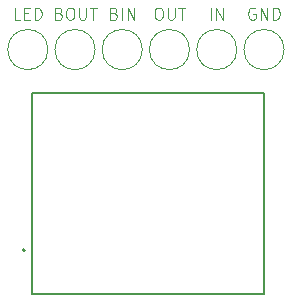
<source format=gbr>
%TF.GenerationSoftware,KiCad,Pcbnew,9.0.2*%
%TF.CreationDate,2025-09-20T13:37:04+02:00*%
%TF.ProjectId,3pdt,33706474-2e6b-4696-9361-645f70636258,rev?*%
%TF.SameCoordinates,Original*%
%TF.FileFunction,Legend,Top*%
%TF.FilePolarity,Positive*%
%FSLAX46Y46*%
G04 Gerber Fmt 4.6, Leading zero omitted, Abs format (unit mm)*
G04 Created by KiCad (PCBNEW 9.0.2) date 2025-09-20 13:37:04*
%MOMM*%
%LPD*%
G01*
G04 APERTURE LIST*
%ADD10C,0.100000*%
%ADD11C,0.120000*%
%ADD12C,0.127000*%
%ADD13C,0.200000*%
G04 APERTURE END LIST*
D10*
X132357142Y-69457419D02*
X131880952Y-69457419D01*
X131880952Y-69457419D02*
X131880952Y-68457419D01*
X132690476Y-68933609D02*
X133023809Y-68933609D01*
X133166666Y-69457419D02*
X132690476Y-69457419D01*
X132690476Y-69457419D02*
X132690476Y-68457419D01*
X132690476Y-68457419D02*
X133166666Y-68457419D01*
X133595238Y-69457419D02*
X133595238Y-68457419D01*
X133595238Y-68457419D02*
X133833333Y-68457419D01*
X133833333Y-68457419D02*
X133976190Y-68505038D01*
X133976190Y-68505038D02*
X134071428Y-68600276D01*
X134071428Y-68600276D02*
X134119047Y-68695514D01*
X134119047Y-68695514D02*
X134166666Y-68885990D01*
X134166666Y-68885990D02*
X134166666Y-69028847D01*
X134166666Y-69028847D02*
X134119047Y-69219323D01*
X134119047Y-69219323D02*
X134071428Y-69314561D01*
X134071428Y-69314561D02*
X133976190Y-69409800D01*
X133976190Y-69409800D02*
X133833333Y-69457419D01*
X133833333Y-69457419D02*
X133595238Y-69457419D01*
X135642857Y-68933609D02*
X135785714Y-68981228D01*
X135785714Y-68981228D02*
X135833333Y-69028847D01*
X135833333Y-69028847D02*
X135880952Y-69124085D01*
X135880952Y-69124085D02*
X135880952Y-69266942D01*
X135880952Y-69266942D02*
X135833333Y-69362180D01*
X135833333Y-69362180D02*
X135785714Y-69409800D01*
X135785714Y-69409800D02*
X135690476Y-69457419D01*
X135690476Y-69457419D02*
X135309524Y-69457419D01*
X135309524Y-69457419D02*
X135309524Y-68457419D01*
X135309524Y-68457419D02*
X135642857Y-68457419D01*
X135642857Y-68457419D02*
X135738095Y-68505038D01*
X135738095Y-68505038D02*
X135785714Y-68552657D01*
X135785714Y-68552657D02*
X135833333Y-68647895D01*
X135833333Y-68647895D02*
X135833333Y-68743133D01*
X135833333Y-68743133D02*
X135785714Y-68838371D01*
X135785714Y-68838371D02*
X135738095Y-68885990D01*
X135738095Y-68885990D02*
X135642857Y-68933609D01*
X135642857Y-68933609D02*
X135309524Y-68933609D01*
X136500000Y-68457419D02*
X136690476Y-68457419D01*
X136690476Y-68457419D02*
X136785714Y-68505038D01*
X136785714Y-68505038D02*
X136880952Y-68600276D01*
X136880952Y-68600276D02*
X136928571Y-68790752D01*
X136928571Y-68790752D02*
X136928571Y-69124085D01*
X136928571Y-69124085D02*
X136880952Y-69314561D01*
X136880952Y-69314561D02*
X136785714Y-69409800D01*
X136785714Y-69409800D02*
X136690476Y-69457419D01*
X136690476Y-69457419D02*
X136500000Y-69457419D01*
X136500000Y-69457419D02*
X136404762Y-69409800D01*
X136404762Y-69409800D02*
X136309524Y-69314561D01*
X136309524Y-69314561D02*
X136261905Y-69124085D01*
X136261905Y-69124085D02*
X136261905Y-68790752D01*
X136261905Y-68790752D02*
X136309524Y-68600276D01*
X136309524Y-68600276D02*
X136404762Y-68505038D01*
X136404762Y-68505038D02*
X136500000Y-68457419D01*
X137357143Y-68457419D02*
X137357143Y-69266942D01*
X137357143Y-69266942D02*
X137404762Y-69362180D01*
X137404762Y-69362180D02*
X137452381Y-69409800D01*
X137452381Y-69409800D02*
X137547619Y-69457419D01*
X137547619Y-69457419D02*
X137738095Y-69457419D01*
X137738095Y-69457419D02*
X137833333Y-69409800D01*
X137833333Y-69409800D02*
X137880952Y-69362180D01*
X137880952Y-69362180D02*
X137928571Y-69266942D01*
X137928571Y-69266942D02*
X137928571Y-68457419D01*
X138261905Y-68457419D02*
X138833333Y-68457419D01*
X138547619Y-69457419D02*
X138547619Y-68457419D01*
X140309524Y-68933609D02*
X140452381Y-68981228D01*
X140452381Y-68981228D02*
X140500000Y-69028847D01*
X140500000Y-69028847D02*
X140547619Y-69124085D01*
X140547619Y-69124085D02*
X140547619Y-69266942D01*
X140547619Y-69266942D02*
X140500000Y-69362180D01*
X140500000Y-69362180D02*
X140452381Y-69409800D01*
X140452381Y-69409800D02*
X140357143Y-69457419D01*
X140357143Y-69457419D02*
X139976191Y-69457419D01*
X139976191Y-69457419D02*
X139976191Y-68457419D01*
X139976191Y-68457419D02*
X140309524Y-68457419D01*
X140309524Y-68457419D02*
X140404762Y-68505038D01*
X140404762Y-68505038D02*
X140452381Y-68552657D01*
X140452381Y-68552657D02*
X140500000Y-68647895D01*
X140500000Y-68647895D02*
X140500000Y-68743133D01*
X140500000Y-68743133D02*
X140452381Y-68838371D01*
X140452381Y-68838371D02*
X140404762Y-68885990D01*
X140404762Y-68885990D02*
X140309524Y-68933609D01*
X140309524Y-68933609D02*
X139976191Y-68933609D01*
X140976191Y-69457419D02*
X140976191Y-68457419D01*
X141452381Y-69457419D02*
X141452381Y-68457419D01*
X141452381Y-68457419D02*
X142023809Y-69457419D01*
X142023809Y-69457419D02*
X142023809Y-68457419D01*
X144000000Y-68457419D02*
X144190476Y-68457419D01*
X144190476Y-68457419D02*
X144285714Y-68505038D01*
X144285714Y-68505038D02*
X144380952Y-68600276D01*
X144380952Y-68600276D02*
X144428571Y-68790752D01*
X144428571Y-68790752D02*
X144428571Y-69124085D01*
X144428571Y-69124085D02*
X144380952Y-69314561D01*
X144380952Y-69314561D02*
X144285714Y-69409800D01*
X144285714Y-69409800D02*
X144190476Y-69457419D01*
X144190476Y-69457419D02*
X144000000Y-69457419D01*
X144000000Y-69457419D02*
X143904762Y-69409800D01*
X143904762Y-69409800D02*
X143809524Y-69314561D01*
X143809524Y-69314561D02*
X143761905Y-69124085D01*
X143761905Y-69124085D02*
X143761905Y-68790752D01*
X143761905Y-68790752D02*
X143809524Y-68600276D01*
X143809524Y-68600276D02*
X143904762Y-68505038D01*
X143904762Y-68505038D02*
X144000000Y-68457419D01*
X144857143Y-68457419D02*
X144857143Y-69266942D01*
X144857143Y-69266942D02*
X144904762Y-69362180D01*
X144904762Y-69362180D02*
X144952381Y-69409800D01*
X144952381Y-69409800D02*
X145047619Y-69457419D01*
X145047619Y-69457419D02*
X145238095Y-69457419D01*
X145238095Y-69457419D02*
X145333333Y-69409800D01*
X145333333Y-69409800D02*
X145380952Y-69362180D01*
X145380952Y-69362180D02*
X145428571Y-69266942D01*
X145428571Y-69266942D02*
X145428571Y-68457419D01*
X145761905Y-68457419D02*
X146333333Y-68457419D01*
X146047619Y-69457419D02*
X146047619Y-68457419D01*
X148476191Y-69457419D02*
X148476191Y-68457419D01*
X148952381Y-69457419D02*
X148952381Y-68457419D01*
X148952381Y-68457419D02*
X149523809Y-69457419D01*
X149523809Y-69457419D02*
X149523809Y-68457419D01*
X152238095Y-68505038D02*
X152142857Y-68457419D01*
X152142857Y-68457419D02*
X152000000Y-68457419D01*
X152000000Y-68457419D02*
X151857143Y-68505038D01*
X151857143Y-68505038D02*
X151761905Y-68600276D01*
X151761905Y-68600276D02*
X151714286Y-68695514D01*
X151714286Y-68695514D02*
X151666667Y-68885990D01*
X151666667Y-68885990D02*
X151666667Y-69028847D01*
X151666667Y-69028847D02*
X151714286Y-69219323D01*
X151714286Y-69219323D02*
X151761905Y-69314561D01*
X151761905Y-69314561D02*
X151857143Y-69409800D01*
X151857143Y-69409800D02*
X152000000Y-69457419D01*
X152000000Y-69457419D02*
X152095238Y-69457419D01*
X152095238Y-69457419D02*
X152238095Y-69409800D01*
X152238095Y-69409800D02*
X152285714Y-69362180D01*
X152285714Y-69362180D02*
X152285714Y-69028847D01*
X152285714Y-69028847D02*
X152095238Y-69028847D01*
X152714286Y-69457419D02*
X152714286Y-68457419D01*
X152714286Y-68457419D02*
X153285714Y-69457419D01*
X153285714Y-69457419D02*
X153285714Y-68457419D01*
X153761905Y-69457419D02*
X153761905Y-68457419D01*
X153761905Y-68457419D02*
X154000000Y-68457419D01*
X154000000Y-68457419D02*
X154142857Y-68505038D01*
X154142857Y-68505038D02*
X154238095Y-68600276D01*
X154238095Y-68600276D02*
X154285714Y-68695514D01*
X154285714Y-68695514D02*
X154333333Y-68885990D01*
X154333333Y-68885990D02*
X154333333Y-69028847D01*
X154333333Y-69028847D02*
X154285714Y-69219323D01*
X154285714Y-69219323D02*
X154238095Y-69314561D01*
X154238095Y-69314561D02*
X154142857Y-69409800D01*
X154142857Y-69409800D02*
X154000000Y-69457419D01*
X154000000Y-69457419D02*
X153761905Y-69457419D01*
D11*
%TO.C,IN1*%
X150700000Y-72000000D02*
G75*
G02*
X147300000Y-72000000I-1700000J0D01*
G01*
X147300000Y-72000000D02*
G75*
G02*
X150700000Y-72000000I1700000J0D01*
G01*
%TO.C,BIN1*%
X142700000Y-72000000D02*
G75*
G02*
X139300000Y-72000000I-1700000J0D01*
G01*
X139300000Y-72000000D02*
G75*
G02*
X142700000Y-72000000I1700000J0D01*
G01*
%TO.C,LED1*%
X134700000Y-72000000D02*
G75*
G02*
X131300000Y-72000000I-1700000J0D01*
G01*
X131300000Y-72000000D02*
G75*
G02*
X134700000Y-72000000I1700000J0D01*
G01*
%TO.C,OUT1*%
X146700000Y-72000000D02*
G75*
G02*
X143300000Y-72000000I-1700000J0D01*
G01*
X143300000Y-72000000D02*
G75*
G02*
X146700000Y-72000000I1700000J0D01*
G01*
%TO.C,BOUD1*%
X138700000Y-72000000D02*
G75*
G02*
X135300000Y-72000000I-1700000J0D01*
G01*
X135300000Y-72000000D02*
G75*
G02*
X138700000Y-72000000I1700000J0D01*
G01*
%TO.C,GND1*%
X154700000Y-72000000D02*
G75*
G02*
X151300000Y-72000000I-1700000J0D01*
G01*
X151300000Y-72000000D02*
G75*
G02*
X154700000Y-72000000I1700000J0D01*
G01*
D12*
%TO.C,PedalSwitch1*%
X133400000Y-75700000D02*
X133400000Y-92700000D01*
X133400000Y-92700000D02*
X153000000Y-92700000D01*
X153000000Y-92700000D02*
X153000000Y-75700000D01*
X153000000Y-75700000D02*
X133400000Y-75700000D01*
D13*
X132750000Y-89000000D02*
G75*
G02*
X132550000Y-89000000I-100000J0D01*
G01*
X132550000Y-89000000D02*
G75*
G02*
X132750000Y-89000000I100000J0D01*
G01*
%TD*%
M02*

</source>
